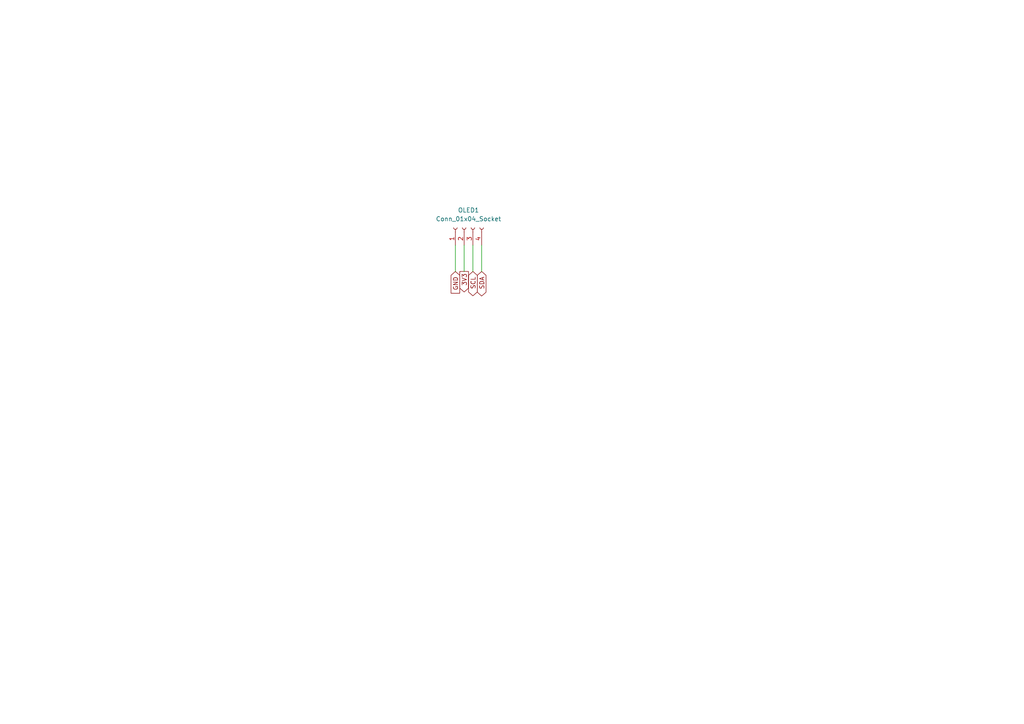
<source format=kicad_sch>
(kicad_sch (version 20231120) (generator "eeschema") (generator_version "8.0")
  (paper "A4")
  (lib_symbols
    (symbol "Connector:Conn_01x04_Socket" (pin_names (offset 1.016) hide)
      (property "Reference" "J" (at 0 5.08 0))
      (property "Value" "Conn_01x04_Socket" (at 0 -7.62 0))
      (symbol "Conn_01x04_Socket_1_1"
        (arc (start 0 -4.572) (mid -0.5058 -5.08) (end 0 -5.588) (stroke (width 0.1524)))
        (arc (start 0 -2.032) (mid -0.5058 -2.54) (end 0 -3.048) (stroke (width 0.1524)))
        (polyline (pts (xy -1.27 -5.08) (xy -0.508 -5.08)) (stroke (width 0.1524)))
        (polyline (pts (xy -1.27 -2.54) (xy -0.508 -2.54)) (stroke (width 0.1524)))
        (polyline (pts (xy -1.27 0) (xy -0.508 0)) (stroke (width 0.1524)))
        (polyline (pts (xy -1.27 2.54) (xy -0.508 2.54)) (stroke (width 0.1524)))
        (arc (start 0 0.508) (mid -0.5058 0) (end 0 -0.508) (stroke (width 0.1524)))
        (arc (start 0 3.048) (mid -0.5058 2.54) (end 0 2.032) (stroke (width 0.1524)))
        (pin passive line (at -5.08 2.54 0) (length 3.81) (name "Pin_1") (number "1"))
        (pin passive line (at -5.08 0 0) (length 3.81) (name "Pin_2") (number "2"))
        (pin passive line (at -5.08 -2.54 0) (length 3.81) (name "Pin_3") (number "3"))
        (pin passive line (at -5.08 -5.08 0) (length 3.81) (name "Pin_4") (number "4"))
      )
    )
  )
  (wire (pts (xy 139.7 71.12) (xy 139.7 78.74)))
  (wire (pts (xy 137.16 71.12) (xy 137.16 78.74)))
  (wire (pts (xy 134.62 71.12) (xy 134.62 78.74)))
  (wire (pts (xy 132.08 71.12) (xy 132.08 78.74)))
  (global_label "SCL" (shape bidirectional) (at 137.16 78.74 270) (property "Intersheetrefs" "${INTERSHEET_REFS}" (effects (hide yes))))
  (global_label "3V3" (shape output) (at 134.62 78.74 270) (property "Intersheetrefs" "${INTERSHEET_REFS}" (effects (hide yes))))
  (global_label "SDA" (shape bidirectional) (at 139.7 78.74 270) (property "Intersheetrefs" "${INTERSHEET_REFS}" (effects (hide yes))))
  (global_label "GND" (shape input) (at 132.08 78.74 270) (property "Intersheetrefs" "${INTERSHEET_REFS}" (effects (hide yes))))
  (symbol (lib_id "Connector:Conn_01x04_Socket") (at 134.62 66.04 90) (unit 1)
    (property "Reference" "OLED1" (at 135.89 60.96 90))
    (property "Value" "Conn_01x04_Socket" (at 135.89 63.5 90))
    (property "Footprint" "Connector_PinSocket_2.54mm:PinSocket_1x04_P2.54mm_Vertical" (effects (hide yes)))
    (property "Description" "Generic connector, single row, 01x04, script generated" (effects (hide yes)))
  )
)
</source>
